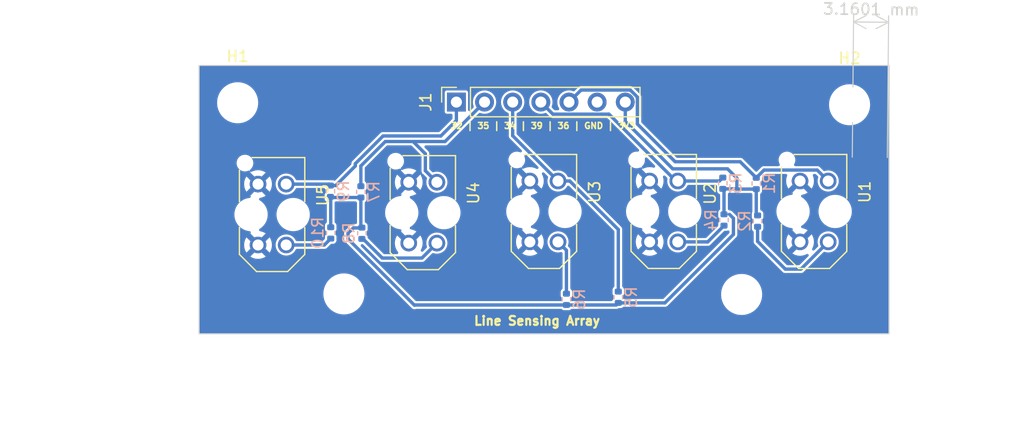
<source format=kicad_pcb>
(kicad_pcb (version 20221018) (generator pcbnew)
  (layers (0 "F.Cu" signal) (31 "B.Cu" signal) (34 "B.Paste" user) (35 "F.Paste" user) (36 "B.SilkS" user "B.Silkscreen") (37 "F.SilkS" user "F.Silkscreen") (38 "B.Mask" user) (39 "F.Mask" user) (44 "Edge.Cuts" user))
  (net 0 "")
  (net 1 "3V3")
  (net 2 "A0_36")
  (net 3 "Net-(R2-Pad2)")
  (net 4 "A1_39")
  (net 5 "Net-(R4-Pad2)")
  (net 6 "A2_34")
  (net 7 "Net-(R6-Pad2)")
  (net 8 "A3_35")
  (net 9 "Net-(R8-Pad2)")
  (net 10 "A4_32")
  (net 11 "Net-(R10-Pad2)")
  (net 12 "GND")
  (footprint "LSA:OPTO_TCRT5000" (layer "F.Cu") (at 119.38 91.6 -90)
    (fp_text reference "U4" (at -1.76355 -4.57476 90) (layer "F.SilkS") (effects (font (size 1.004126 1.004126))))
    (fp_text value "TCRT5000" hide)
    (fp_line (start -5.15 -2.95) (end -1.17 -2.95) (stroke (width 0.127)) (layer "F.SilkS"))
    (fp_line (start -5.15 1.8) (end -5.15 -2.95) (stroke (width 0.127)) (layer "F.SilkS"))
    (fp_line (start -4 2.95) (end -1.17 2.95) (stroke (width 0.127)) (layer "F.SilkS"))
    (fp_line (start 1.17 2.95) (end 3.6 2.95) (stroke (width 0.127)) (layer "F.SilkS"))
    (fp_line (start 3.6 -2.95) (end 1.17 -2.95) (stroke (width 0.127)) (layer "F.SilkS"))
    (fp_line (start 3.6 -2.95) (end 5.15 -1.4) (stroke (width 0.127)) (layer "F.SilkS"))
    (fp_line (start 3.6 2.95) (end 5.15 1.4) (stroke (width 0.127)) (layer "F.SilkS"))
    (fp_line (start 5.15 1.4) (end 5.15 -1.4) (stroke (width 0.127)) (layer "F.SilkS"))
    (pad "" np_thru_hole circle (at -4.65 2.45 270) (size 1 1) (drill 1) (layers "*.Cu" "*.Mask"))
    (pad "" np_thru_hole circle (at 0 -1.9 270) (size 2.5 2.5) (drill 2.5) (layers "*.Cu" "*.Mask"))
    (pad "" np_thru_hole circle (at 0 1.9 270) (size 2.5 2.5) (drill 2.5) (layers "*.Cu" "*.Mask"))
    (pad "A" thru_hole circle (at 2.75 -1.27 270) (size 1.5 1.5) (drill 1) (layers "*.Cu" "*.Mask") (net 9 "Net-(R8-Pad2)"))
    (pad "CATH" thru_hole circle (at 2.75 1.27 270) (size 1.5 1.5) (drill 1) (layers "*.Cu" "*.Mask") (net 12 "GND"))
    (pad "COLL" thru_hole circle (at -2.75 -1.27 270) (size 1.5 1.5) (drill 1) (layers "*.Cu" "*.Mask") (net 8 "A3_35"))
    (pad "E" thru_hole circle (at -2.75 1.27 270) (size 1.5 1.5) (drill 1) (layers "*.Cu" "*.Mask") (net 12 "GND"))
  )
  (footprint "LSA:OPTO_TCRT5000" (layer "F.Cu") (at 141.12 91.49 -90)
    (fp_text reference "U2" (at -1.62 -4.18 90) (layer "F.SilkS") (effects (font (size 1.004126 1.004126))))
    (fp_text value "TCRT5000" hide)
    (fp_line (start -5.15 -2.95) (end -1.17 -2.95) (stroke (width 0.127)) (layer "F.SilkS"))
    (fp_line (start -5.15 1.8) (end -5.15 -2.95) (stroke (width 0.127)) (layer "F.SilkS"))
    (fp_line (start -4 2.95) (end -1.17 2.95) (stroke (width 0.127)) (layer "F.SilkS"))
    (fp_line (start 1.17 2.95) (end 3.6 2.95) (stroke (width 0.127)) (layer "F.SilkS"))
    (fp_line (start 3.6 -2.95) (end 1.17 -2.95) (stroke (width 0.127)) (layer "F.SilkS"))
    (fp_line (start 3.6 -2.95) (end 5.15 -1.4) (stroke (width 0.127)) (layer "F.SilkS"))
    (fp_line (start 3.6 2.95) (end 5.15 1.4) (stroke (width 0.127)) (layer "F.SilkS"))
    (fp_line (start 5.15 1.4) (end 5.15 -1.4) (stroke (width 0.127)) (layer "F.SilkS"))
    (pad "" np_thru_hole circle (at -4.65 2.45 270) (size 1 1) (drill 1) (layers "*.Cu" "*.Mask"))
    (pad "" np_thru_hole circle (at 0 -1.9 270) (size 2.5 2.5) (drill 2.5) (layers "*.Cu" "*.Mask"))
    (pad "" np_thru_hole circle (at 0 1.9 270) (size 2.5 2.5) (drill 2.5) (layers "*.Cu" "*.Mask"))
    (pad "A" thru_hole circle (at 2.75 -1.27 270) (size 1.5 1.5) (drill 1) (layers "*.Cu" "*.Mask") (net 5 "Net-(R4-Pad2)"))
    (pad "CATH" thru_hole circle (at 2.75 1.27 270) (size 1.5 1.5) (drill 1) (layers "*.Cu" "*.Mask") (net 12 "GND"))
    (pad "COLL" thru_hole circle (at -2.75 -1.27 270) (size 1.5 1.5) (drill 1) (layers "*.Cu" "*.Mask") (net 4 "A1_39"))
    (pad "E" thru_hole circle (at -2.75 1.27 270) (size 1.5 1.5) (drill 1) (layers "*.Cu" "*.Mask") (net 12 "GND"))
  )
  (footprint "MountingHole:MountingHole_3.2mm_M3" (layer "F.Cu") (at 148.15 98.99)
    (fp_text reference "H3" hide)
    (fp_text value "MountingHole_Pad")
    (pad "" np_thru_hole circle (at 0 0) (size 3.2 3.2) (drill 3.2) (layers "*.Cu" "*.Mask"))
  )
  (footprint "MountingHole:MountingHole_3.2mm_M3" (layer "F.Cu") (at 157.89 81.85)
    (fp_text reference "H2" (at 0 -4.2) (layer "F.SilkS"))
    (fp_text value "MountingHole_Pad")
    (pad "" np_thru_hole circle (at 0 0) (size 3.2 3.2) (drill 3.2) (layers "*.Cu" "*.Mask"))
  )
  (footprint "Connector_PinSocket_2.54mm:PinSocket_1x07_P2.54mm_Vertical" (layer "F.Cu") (at 122.41 81.61 90)
    (fp_text reference "J1" (at 0 -2.77 90) (layer "F.SilkS"))
    (fp_text value "Conn_01x07_Pin")
    (fp_line (start -1.33 1.27) (end -1.33 16.57) (stroke (width 0.12)) (layer "F.SilkS"))
    (fp_line (start -1.33 1.27) (end 1.33 1.27) (stroke (width 0.12)) (layer "F.SilkS"))
    (fp_line (start -1.33 16.57) (end 1.33 16.57) (stroke (width 0.12)) (layer "F.SilkS"))
    (fp_line (start 0 -1.33) (end 1.33 -1.33) (stroke (width 0.12)) (layer "F.SilkS"))
    (fp_line (start 1.33 -1.33) (end 1.33 0) (stroke (width 0.12)) (layer "F.SilkS"))
    (fp_line (start 1.33 1.27) (end 1.33 16.57) (stroke (width 0.12)) (layer "F.SilkS"))
    (pad "1" thru_hole rect (at 0 0 90) (size 1.7 1.7) (drill 1) (layers "*.Cu" "*.Mask") (net 10 "A4_32"))
    (pad "2" thru_hole oval (at 0 2.54 90) (size 1.7 1.7) (drill 1) (layers "*.Cu" "*.Mask") (net 8 "A3_35"))
    (pad "3" thru_hole oval (at 0 5.08 90) (size 1.7 1.7) (drill 1) (layers "*.Cu" "*.Mask") (net 6 "A2_34"))
    (pad "4" thru_hole oval (at 0 7.62 90) (size 1.7 1.7) (drill 1) (layers "*.Cu" "*.Mask") (net 4 "A1_39"))
    (pad "5" thru_hole oval (at 0 10.16 90) (size 1.7 1.7) (drill 1) (layers "*.Cu" "*.Mask") (net 2 "A0_36"))
    (pad "6" thru_hole oval (at 0 12.7 90) (size 1.7 1.7) (drill 1) (layers "*.Cu" "*.Mask") (net 12 "GND"))
    (pad "7" thru_hole oval (at 0 15.24 90) (size 1.7 1.7) (drill 1) (layers "*.Cu" "*.Mask") (net 1 "3V3"))
  )
  (footprint "MountingHole:MountingHole_3.2mm_M3" (layer "F.Cu") (at 112.26 98.94)
    (fp_text reference "H4" hide)
    (fp_text value "MountingHole_Pad")
    (pad "" np_thru_hole circle (at 0 0) (size 3.2 3.2) (drill 3.2) (layers "*.Cu" "*.Mask"))
  )
  (footprint "LSA:OPTO_TCRT5000" (layer "F.Cu") (at 154.69 91.49 -90)
    (fp_text reference "U1" (at -1.76355 -4.57476 90) (layer "F.SilkS") (effects (font (size 1.004126 1.004126))))
    (fp_text value "TCRT5000" hide)
    (fp_line (start -5.15 -2.95) (end -1.17 -2.95) (stroke (width 0.127)) (layer "F.SilkS"))
    (fp_line (start -5.15 1.8) (end -5.15 -2.95) (stroke (width 0.127)) (layer "F.SilkS"))
    (fp_line (start -4 2.95) (end -1.17 2.95) (stroke (width 0.127)) (layer "F.SilkS"))
    (fp_line (start 1.17 2.95) (end 3.6 2.95) (stroke (width 0.127)) (layer "F.SilkS"))
    (fp_line (start 3.6 -2.95) (end 1.17 -2.95) (stroke (width 0.127)) (layer "F.SilkS"))
    (fp_line (start 3.6 -2.95) (end 5.15 -1.4) (stroke (width 0.127)) (layer "F.SilkS"))
    (fp_line (start 3.6 2.95) (end 5.15 1.4) (stroke (width 0.127)) (layer "F.SilkS"))
    (fp_line (start 5.15 1.4) (end 5.15 -1.4) (stroke (width 0.127)) (layer "F.SilkS"))
    (pad "" np_thru_hole circle (at -4.65 2.45 270) (size 1 1) (drill 1) (layers "*.Cu" "*.Mask"))
    (pad "" np_thru_hole circle (at 0 -1.9 270) (size 2.5 2.5) (drill 2.5) (layers "*.Cu" "*.Mask"))
    (pad "" np_thru_hole circle (at 0 1.9 270) (size 2.5 2.5) (drill 2.5) (layers "*.Cu" "*.Mask"))
    (pad "A" thru_hole circle (at 2.75 -1.27 270) (size 1.5 1.5) (drill 1) (layers "*.Cu" "*.Mask") (net 3 "Net-(R2-Pad2)"))
    (pad "CATH" thru_hole circle (at 2.75 1.27 270) (size 1.5 1.5) (drill 1) (layers "*.Cu" "*.Mask") (net 12 "GND"))
    (pad "COLL" thru_hole circle (at -2.75 -1.27 270) (size 1.5 1.5) (drill 1) (layers "*.Cu" "*.Mask") (net 2 "A0_36"))
    (pad "E" thru_hole circle (at -2.75 1.27 270) (size 1.5 1.5) (drill 1) (layers "*.Cu" "*.Mask") (net 12 "GND"))
  )
  (footprint "LSA:OPTO_TCRT5000" (layer "F.Cu") (at 105.78 91.77 -90)
    (fp_text reference "U5" (at -1.76355 -4.57476 90) (layer "F.SilkS") (effects (font (size 1.004126 1.004126))))
    (fp_text value "TCRT5000" hide)
    (fp_line (start -5.15 -2.95) (end -1.17 -2.95) (stroke (width 0.127)) (layer "F.SilkS"))
    (fp_line (start -5.15 1.8) (end -5.15 -2.95) (stroke (width 0.127)) (layer "F.SilkS"))
    (fp_line (start -4 2.95) (end -1.17 2.95) (stroke (width 0.127)) (layer "F.SilkS"))
    (fp_line (start 1.17 2.95) (end 3.6 2.95) (stroke (width 0.127)) (layer "F.SilkS"))
    (fp_line (start 3.6 -2.95) (end 1.17 -2.95) (stroke (width 0.127)) (layer "F.SilkS"))
    (fp_line (start 3.6 -2.95) (end 5.15 -1.4) (stroke (width 0.127)) (layer "F.SilkS"))
    (fp_line (start 3.6 2.95) (end 5.15 1.4) (stroke (width 0.127)) (layer "F.SilkS"))
    (fp_line (start 5.15 1.4) (end 5.15 -1.4) (stroke (width 0.127)) (layer "F.SilkS"))
    (pad "" np_thru_hole circle (at -4.65 2.45 270) (size 1 1) (drill 1) (layers "*.Cu" "*.Mask"))
    (pad "" np_thru_hole circle (at 0 -1.9 270) (size 2.5 2.5) (drill 2.5) (layers "*.Cu" "*.Mask"))
    (pad "" np_thru_hole circle (at 0 1.9 270) (size 2.5 2.5) (drill 2.5) (layers "*.Cu" "*.Mask"))
    (pad "A" thru_hole circle (at 2.75 -1.27 270) (size 1.5 1.5) (drill 1) (layers "*.Cu" "*.Mask") (net 11 "Net-(R10-Pad2)"))
    (pad "CATH" thru_hole circle (at 2.75 1.27 270) (size 1.5 1.5) (drill 1) (layers "*.Cu" "*.Mask") (net 12 "GND"))
    (pad "COLL" thru_hole circle (at -2.75 -1.27 270) (size 1.5 1.5) (drill 1) (layers "*.Cu" "*.Mask") (net 10 "A4_32"))
    (pad "E" thru_hole circle (at -2.75 1.27 270) (size 1.5 1.5) (drill 1) (layers "*.Cu" "*.Mask") (net 12 "GND"))
  )
  (footprint "MountingHole:MountingHole_3.2mm_M3" (layer "F.Cu") (at 102.67 81.67)
    (fp_text reference "H1" (at 0 -4.2) (layer "F.SilkS"))
    (fp_text value "MountingHole_Pad")
    (pad "" np_thru_hole circle (at 0 0) (size 3.2 3.2) (drill 3.2) (layers "*.Cu" "*.Mask"))
  )
  (footprint "LSA:OPTO_TCRT5000" (layer "F.Cu") (at 130.31 91.49 -90)
    (fp_text reference "U3" (at -1.76355 -4.57476 90) (layer "F.SilkS") (effects (font (size 1.004126 1.004126))))
    (fp_text value "TCRT5000" hide)
    (fp_line (start -5.15 -2.95) (end -1.17 -2.95) (stroke (width 0.127)) (layer "F.SilkS"))
    (fp_line (start -5.15 1.8) (end -5.15 -2.95) (stroke (width 0.127)) (layer "F.SilkS"))
    (fp_line (start -4 2.95) (end -1.17 2.95) (stroke (width 0.127)) (layer "F.SilkS"))
    (fp_line (start 1.17 2.95) (end 3.6 2.95) (stroke (width 0.127)) (layer "F.SilkS"))
    (fp_line (start 3.6 -2.95) (end 1.17 -2.95) (stroke (width 0.127)) (layer "F.SilkS"))
    (fp_line (start 3.6 -2.95) (end 5.15 -1.4) (stroke (width 0.127)) (layer "F.SilkS"))
    (fp_line (start 3.6 2.95) (end 5.15 1.4) (stroke (width 0.127)) (layer "F.SilkS"))
    (fp_line (start 5.15 1.4) (end 5.15 -1.4) (stroke (width 0.127)) (layer "F.SilkS"))
    (pad "" np_thru_hole circle (at -4.65 2.45 270) (size 1 1) (drill 1) (layers "*.Cu" "*.Mask"))
    (pad "" np_thru_hole circle (at 0 -1.9 270) (size 2.5 2.5) (drill 2.5) (layers "*.Cu" "*.Mask"))
    (pad "" np_thru_hole circle (at 0 1.9 270) (size 2.5 2.5) (drill 2.5) (layers "*.Cu" "*.Mask"))
    (pad "A" thru_hole circle (at 2.75 -1.27 270) (size 1.5 1.5) (drill 1) (layers "*.Cu" "*.Mask") (net 7 "Net-(R6-Pad2)"))
    (pad "CATH" thru_hole circle (at 2.75 1.27 270) (size 1.5 1.5) (drill 1) (layers "*.Cu" "*.Mask") (net 12 "GND"))
    (pad "COLL" thru_hole circle (at -2.75 -1.27 270) (size 1.5 1.5) (drill 1) (layers "*.Cu" "*.Mask") (net 6 "A2_34"))
    (pad "E" thru_hole circle (at -2.75 1.27 270) (size 1.5 1.5) (drill 1) (layers "*.Cu" "*.Mask") (net 12 "GND"))
  )
  (footprint "Resistor_SMD:R_0402_1005Metric" (layer "B.Cu") (at 113.88 93.46 -90)
    (fp_text reference "R8" (at 0 1.17 -270) (layer "B.SilkS") (effects (justify mirror)))
    (fp_text value "1K")
    (fp_line (start -0.153641 -0.38) (end 0.153641 -0.38) (stroke (width 0.12)) (layer "B.SilkS"))
    (fp_line (start -0.153641 0.38) (end 0.153641 0.38) (stroke (width 0.12)) (layer "B.SilkS"))
    (pad "1" smd roundrect (at -0.51 0 270) (size 0.54 0.64) (layers "B.Cu" "B.Paste" "B.Mask") (net 1 "3V3"))
    (pad "2" smd roundrect (at 0.51 0 270) (size 0.54 0.64) (layers "B.Cu" "B.Paste" "B.Mask") (net 9 "Net-(R8-Pad2)"))
  )
  (footprint "Resistor_SMD:R_0402_1005Metric" (layer "B.Cu") (at 137.02 99.24 90)
    (fp_text reference "R5" (at 0 1.17 90) (layer "B.SilkS") (effects (justify mirror)))
    (fp_text value "4k7")
    (fp_line (start -0.153641 -0.38) (end 0.153641 -0.38) (stroke (width 0.12)) (layer "B.SilkS"))
    (fp_line (start -0.153641 0.38) (end 0.153641 0.38) (stroke (width 0.12)) (layer "B.SilkS"))
    (pad "1" smd roundrect (at -0.51 0 90) (size 0.54 0.64) (layers "B.Cu" "B.Paste" "B.Mask") (net 1 "3V3"))
    (pad "2" smd roundrect (at 0.51 0 90) (size 0.54 0.64) (layers "B.Cu" "B.Paste" "B.Mask") (net 6 "A2_34"))
  )
  (footprint "Resistor_SMD:R_0402_1005Metric" (layer "B.Cu") (at 146.56 92.26 -90)
    (fp_text reference "R4" (at 0 1.17 90) (layer "B.SilkS") (effects (justify mirror)))
    (fp_text value "1K" hide)
    (fp_line (start -0.153641 -0.38) (end 0.153641 -0.38) (stroke (width 0.12)) (layer "B.SilkS"))
    (fp_line (start -0.153641 0.38) (end 0.153641 0.38) (stroke (width 0.12)) (layer "B.SilkS"))
    (pad "1" smd roundrect (at -0.51 0 270) (size 0.54 0.64) (layers "B.Cu" "B.Paste" "B.Mask") (net 1 "3V3"))
    (pad "2" smd roundrect (at 0.51 0 270) (size 0.54 0.64) (layers "B.Cu" "B.Paste" "B.Mask") (net 5 "Net-(R4-Pad2)"))
  )
  (footprint "Resistor_SMD:R_0402_1005Metric" (layer "B.Cu") (at 132.34 99.43 90)
    (fp_text reference "R6" (at 0 1.17 90) (layer "B.SilkS") (effects (justify mirror)))
    (fp_text value "1K")
    (fp_line (start -0.153641 -0.38) (end 0.153641 -0.38) (stroke (width 0.12)) (layer "B.SilkS"))
    (fp_line (start -0.153641 0.38) (end 0.153641 0.38) (stroke (width 0.12)) (layer "B.SilkS"))
    (pad "1" smd roundrect (at -0.51 0 90) (size 0.54 0.64) (layers "B.Cu" "B.Paste" "B.Mask") (net 1 "3V3"))
    (pad "2" smd roundrect (at 0.51 0 90) (size 0.54 0.64) (layers "B.Cu" "B.Paste" "B.Mask") (net 7 "Net-(R6-Pad2)"))
  )
  (footprint "Resistor_SMD:R_0402_1005Metric" (layer "B.Cu") (at 111.04 89.66 90)
    (fp_text reference "R9" (at 0 1.17 90) (layer "B.SilkS") (effects (justify mirror)))
    (fp_text value "4k7")
    (fp_line (start -0.153641 -0.38) (end 0.153641 -0.38) (stroke (width 0.12)) (layer "B.SilkS"))
    (fp_line (start -0.153641 0.38) (end 0.153641 0.38) (stroke (width 0.12)) (layer "B.SilkS"))
    (pad "1" smd roundrect (at -0.51 0 90) (size 0.54 0.64) (layers "B.Cu" "B.Paste" "B.Mask") (net 1 "3V3"))
    (pad "2" smd roundrect (at 0.51 0 90) (size 0.54 0.64) (layers "B.Cu" "B.Paste" "B.Mask") (net 10 "A4_32"))
  )
  (footprint "Resistor_SMD:R_0402_1005Metric" (layer "B.Cu") (at 149.47 88.96 90)
    (fp_text reference "R1" (at 0 1.17 90) (layer "B.SilkS") (effects (justify mirror)))
    (fp_text value "4k7" hide)
    (fp_line (start -0.153641 -0.38) (end 0.153641 -0.38) (stroke (width 0.12)) (layer "B.SilkS"))
    (fp_line (start -0.153641 0.38) (end 0.153641 0.38) (stroke (width 0.12)) (layer "B.SilkS"))
    (pad "1" smd roundrect (at -0.51 0 90) (size 0.54 0.64) (layers "B.Cu" "B.Paste" "B.Mask") (net 1 "3V3"))
    (pad "2" smd roundrect (at 0.51 0 90) (size 0.54 0.64) (layers "B.Cu" "B.Paste" "B.Mask") (net 2 "A0_36"))
  )
  (footprint "Resistor_SMD:R_0402_1005Metric" (layer "B.Cu") (at 113.79 89.72 90)
    (fp_text reference "R7" (at 0 1.17 90) (layer "B.SilkS") (effects (justify mirror)))
    (fp_text value "4k7" hide)
    (fp_line (start -0.153641 -0.38) (end 0.153641 -0.38) (stroke (width 0.12)) (layer "B.SilkS"))
    (fp_line (start -0.153641 0.38) (end 0.153641 0.38) (stroke (width 0.12)) (layer "B.SilkS"))
    (pad "1" smd roundrect (at -0.51 0 90) (size 0.54 0.64) (layers "B.Cu" "B.Paste" "B.Mask") (net 1 "3V3"))
    (pad "2" smd roundrect (at 0.51 0 90) (size 0.54 0.64) (layers "B.Cu" "B.Paste" "B.Mask") (net 8 "A3_35"))
  )
  (footprint "Resistor_SMD:R_0402_1005Metric" (layer "B.Cu") (at 149.59 92.36 -90)
    (fp_text reference "R2" (at 0 1.17 90) (layer "B.SilkS") (effects (justify mirror)))
    (fp_text value "1K" hide)
    (fp_line (start -0.153641 -0.38) (end 0.153641 -0.38) (stroke (width 0.12)) (layer "B.SilkS"))
    (fp_line (start -0.153641 0.38) (end 0.153641 0.38) (stroke (width 0.12)) (layer "B.SilkS"))
    (pad "1" smd roundrect (at -0.51 0 270) (size 0.54 0.64) (layers "B.Cu" "B.Paste" "B.Mask") (net 1 "3V3"))
    (pad "2" smd roundrect (at 0.51 0 270) (size 0.54 0.64) (layers "B.Cu" "B.Paste" "B.Mask") (net 3 "Net-(R2-Pad2)"))
  )
  (footprint "Resistor_SMD:R_0402_1005Metric" (layer "B.Cu") (at 111.07 93.43 -90)
    (fp_text reference "R10" (at 0 1.17 90) (layer "B.SilkS") (effects (justify mirror)))
    (fp_text value "1K")
    (fp_line (start -0.153641 -0.38) (end 0.153641 -0.38) (stroke (width 0.12)) (layer "B.SilkS"))
    (fp_line (start -0.153641 0.38) (end 0.153641 0.38) (stroke (width 0.12)) (layer "B.SilkS"))
    (pad "1" smd roundrect (at -0.51 0 270) (size 0.54 0.64) (layers "B.Cu" "B.Paste" "B.Mask") (net 1 "3V3"))
    (pad "2" smd roundrect (at 0.51 0 270) (size 0.54 0.64) (layers "B.Cu" "B.Paste" "B.Mask") (net 11 "Net-(R10-Pad2)"))
  )
  (footprint "Resistor_SMD:R_0402_1005Metric" (layer "B.Cu") (at 146.45 88.94 90)
    (fp_text reference "R3" (at 0 1.17 90) (layer "B.SilkS") (effects (justify mirror)))
    (fp_text value "4k7" hide)
    (fp_line (start -0.153641 -0.38) (end 0.153641 -0.38) (stroke (width 0.12)) (layer "B.SilkS"))
    (fp_line (start -0.153641 0.38) (end 0.153641 0.38) (stroke (width 0.12)) (layer "B.SilkS"))
    (pad "1" smd roundrect (at -0.51 0 90) (size 0.54 0.64) (layers "B.Cu" "B.Paste" "B.Mask") (net 1 "3V3"))
    (pad "2" smd roundrect (at 0.51 0 90) (size 0.54 0.64) (layers "B.Cu" "B.Paste" "B.Mask") (net 4 "A1_39"))
  )
  (gr_rect (start 99.18 78.3) (end 161.46 102.55) (stroke (width 0.1)) (fill none) (layer "Edge.Cuts"))
  (gr_text "32 | 35 | 34 | 39 | 36 | GND | 3V3\n" (at 121.82 84.07) (layer "F.SilkS") (effects (font (size 0.55 0.55) (thickness 0.1375) bold) (justify left bottom)))
  (gr_text "Line Sensing Array" (at 123.9 101.84) (layer "F.SilkS") (effects (font (size 0.8 0.8) (thickness 0.2) bold) (justify left bottom)))
  (dimension (type aligned) (layer "Edge.Cuts") (pts (xy 158.129288 87.084984) (xy 161.289288 87.114984)) (height -12.715557) (gr_text "3.1601 mm" (at 159.840917 73.235052 359.4560691) (layer "Edge.Cuts") (effects (font (size 1 1) (thickness 0.15)))) (format (prefix "") (suffix "") (units 3) (units_format 1) (precision 4)) (style (thickness 0.1) (arrow_length 1.27) (text_position_mode 0) (extension_height 0.58642) (extension_offset 0.5) keep_text_aligned))
  (segment (start 111.1 90.23) (end 111.04 90.17) (width 0.08) (layer "B.Cu") (net 1))
  (segment (start 149.47 91.73) (end 149.47 89.47) (width 0.3) (layer "B.Cu") (net 1))
  (segment (start 146.56 89.56) (end 146.56 91.75) (width 0.3) (layer "B.Cu") (net 1))
  (segment (start 147.72 89.47) (end 149.47 89.47) (width 0.3) (layer "B.Cu") (net 1))
  (segment (start 146.45 89.45) (end 147.7 89.45) (width 0.3) (layer "B.Cu") (net 1))
  (segment (start 118.7 99.94) (end 132.34 99.94) (width 0.3) (layer "B.Cu") (net 1))
  (segment (start 112.63 93.97) (end 118.63 99.97) (width 0.3) (layer "B.Cu") (net 1))
  (segment (start 111.07 90.2) (end 111.04 90.17) (width 0.08) (layer "B.Cu") (net 1))
  (segment (start 113.79 90.23) (end 111.1 90.23) (width 0.3) (layer "B.Cu") (net 1))
  (segment (start 132.34 99.94) (end 136.83 99.94) (width 0.3) (layer "B.Cu") (net 1))
  (segment (start 113.79 92.86) (end 113.88 92.95) (width 0.08) (layer "B.Cu") (net 1))
  (segment (start 147.41 92.11) (end 147.05 91.75) (width 0.3) (layer "B.Cu") (net 1))
  (segment (start 111.07 92.92) (end 111.07 90.2) (width 0.3) (layer "B.Cu") (net 1))
  (segment (start 147.7 89.45) (end 147.72 89.47) (width 0.08) (layer "B.Cu") (net 1))
  (segment (start 137.65 83.355635) (end 141.934365 87.64) (width 0.3) (layer "B.Cu") (net 1))
  (segment (start 113.81 92.98) (end 113.11 92.98) (width 0.3) (layer "B.Cu") (net 1))
  (segment (start 113.79 90.23) (end 113.79 92.86) (width 0.3) (layer "B.Cu") (net 1))
  (segment (start 149.59 91.85) (end 149.47 91.73) (width 0.08) (layer "B.Cu") (net 1))
  (segment (start 147.41 93.57) (end 147.41 92.11) (width 0.3) (layer "B.Cu") (net 1))
  (segment (start 137.65 83.355635) (end 137.65 81.61) (width 0.3) (layer "B.Cu") (net 1))
  (segment (start 146.45 89.45) (end 146.56 89.56) (width 0.08) (layer "B.Cu") (net 1))
  (segment (start 112.63 93.46) (end 112.63 93.97) (width 0.3) (layer "B.Cu") (net 1))
  (segment (start 137.02 99.75) (end 141.23 99.75) (width 0.3) (layer "B.Cu") (net 1))
  (segment (start 146.88 87.64) (end 147.72 88.48) (width 0.3) (layer "B.Cu") (net 1))
  (segment (start 141.934365 87.64) (end 146.88 87.64) (width 0.3) (layer "B.Cu") (net 1))
  (segment (start 141.23 99.75) (end 147.41 93.57) (width 0.3) (layer "B.Cu") (net 1))
  (segment (start 136.83 99.94) (end 137.02 99.75) (width 0.3) (layer "B.Cu") (net 1))
  (segment (start 147.05 91.75) (end 146.56 91.75) (width 0.08) (layer "B.Cu") (net 1))
  (segment (start 113.11 92.98) (end 112.63 93.46) (width 0.3) (layer "B.Cu") (net 1))
  (segment (start 147.72 88.48) (end 147.72 89.47) (width 0.3) (layer "B.Cu") (net 1))
  (segment (start 133.66 80.52) (end 138.101493 80.52) (width 0.3) (layer "B.Cu") (net 2))
  (segment (start 138.101493 80.52) (end 138.74 81.158507) (width 0.3) (layer "B.Cu") (net 2))
  (segment (start 149.47 88.45) (end 150.17 87.75) (width 0.3) (layer "B.Cu") (net 2))
  (segment (start 148.02 87) (end 149.47 88.45) (width 0.3) (layer "B.Cu") (net 2))
  (segment (start 138.74 81.158507) (end 138.74 83.59) (width 0.3) (layer "B.Cu") (net 2))
  (segment (start 154.97 87.75) (end 155.96 88.74) (width 0.3) (layer "B.Cu") (net 2))
  (segment (start 142.15 87) (end 148.02 87) (width 0.3) (layer "B.Cu") (net 2))
  (segment (start 132.57 81.61) (end 133.66 80.52) (width 0.3) (layer "B.Cu") (net 2))
  (segment (start 138.74 83.59) (end 142.15 87) (width 0.3) (layer "B.Cu") (net 2))
  (segment (start 150.17 87.75) (end 154.97 87.75) (width 0.3) (layer "B.Cu") (net 2))
  (segment (start 149.59 92.87) (end 149.59 94.2) (width 0.3) (layer "B.Cu") (net 3))
  (segment (start 149.59 94.2) (end 152.09 96.7) (width 0.3) (layer "B.Cu") (net 3))
  (segment (start 153.5 96.7) (end 155.96 94.24) (width 0.3) (layer "B.Cu") (net 3))
  (segment (start 152.09 96.7) (end 153.5 96.7) (width 0.3) (layer "B.Cu") (net 3))
  (segment (start 131.12 82.7) (end 136.18 82.7) (width 0.3) (layer "B.Cu") (net 4))
  (segment (start 136.18 82.7) (end 142.22 88.74) (width 0.3) (layer "B.Cu") (net 4))
  (segment (start 142.22 88.74) (end 142.39 88.74) (width 0.08) (layer "B.Cu") (net 4))
  (segment (start 146.14 88.74) (end 146.45 88.43) (width 0.3) (layer "B.Cu") (net 4))
  (segment (start 130.03 81.61) (end 131.12 82.7) (width 0.3) (layer "B.Cu") (net 4))
  (segment (start 142.39 88.74) (end 146.14 88.74) (width 0.3) (layer "B.Cu") (net 4))
  (segment (start 146.56 92.77) (end 145.09 94.24) (width 0.3) (layer "B.Cu") (net 5))
  (segment (start 145.09 94.24) (end 142.39 94.24) (width 0.3) (layer "B.Cu") (net 5))
  (segment (start 127.49 81.61) (end 127.49 84.65) (width 0.3) (layer "B.Cu") (net 6))
  (segment (start 132.64066 88.74) (end 137.02 93.11934) (width 0.3) (layer "B.Cu") (net 6))
  (segment (start 131.58 88.74) (end 132.64066 88.74) (width 0.3) (layer "B.Cu") (net 6))
  (segment (start 137.02 93.11934) (end 137.02 98.73) (width 0.3) (layer "B.Cu") (net 6))
  (segment (start 127.49 84.65) (end 131.58 88.74) (width 0.3) (layer "B.Cu") (net 6))
  (segment (start 132.34 95) (end 131.58 94.24) (width 0.3) (layer "B.Cu") (net 7))
  (segment (start 132.34 98.92) (end 132.34 95) (width 0.3) (layer "B.Cu") (net 7))
  (segment (start 119.61 86.28) (end 118.53 85.2) (width 0.3) (layer "B.Cu") (net 8))
  (segment (start 119.61 87.81) (end 119.61 86.28) (width 0.3) (layer "B.Cu") (net 8))
  (segment (start 116 85.17) (end 113.79 87.38) (width 0.3) (layer "B.Cu") (net 8))
  (segment (start 113.79 87.38) (end 113.79 89.21) (width 0.3) (layer "B.Cu") (net 8))
  (segment (start 121.39 85.17) (end 116 85.17) (width 0.3) (layer "B.Cu") (net 8))
  (segment (start 124.95 81.61) (end 121.39 85.17) (width 0.3) (layer "B.Cu") (net 8))
  (segment (start 120.65 88.85) (end 119.61 87.81) (width 0.3) (layer "B.Cu") (net 8))
  (segment (start 113.88 93.97) (end 113.99 93.97) (width 0.08) (layer "B.Cu") (net 9))
  (segment (start 113.99 93.97) (end 115.72 95.7) (width 0.3) (layer "B.Cu") (net 9))
  (segment (start 115.72 95.7) (end 119.3 95.7) (width 0.3) (layer "B.Cu") (net 9))
  (segment (start 119.3 95.7) (end 120.65 94.35) (width 0.3) (layer "B.Cu") (net 9))
  (segment (start 122.41 81.61) (end 122.41 83.27) (width 0.3) (layer "B.Cu") (net 10))
  (segment (start 115.792894 84.67) (end 113.29 87.172894) (width 0.3) (layer "B.Cu") (net 10))
  (segment (start 111.52 89.15) (end 111.04 89.15) (width 0.3) (layer "B.Cu") (net 10))
  (segment (start 110.91 89.02) (end 107.05 89.02) (width 0.3) (layer "B.Cu") (net 10))
  (segment (start 122.41 83.27) (end 121.01 84.67) (width 0.3) (layer "B.Cu") (net 10))
  (segment (start 121.01 84.67) (end 115.792894 84.67) (width 0.3) (layer "B.Cu") (net 10))
  (segment (start 111.04 89.15) (end 110.91 89.02) (width 0.08) (layer "B.Cu") (net 10))
  (segment (start 113.29 87.38) (end 111.52 89.15) (width 0.3) (layer "B.Cu") (net 10))
  (segment (start 113.29 87.172894) (end 113.29 87.38) (width 0.3) (layer "B.Cu") (net 10))
  (segment (start 110.49 94.52) (end 107.05 94.52) (width 0.3) (layer "B.Cu") (net 11))
  (segment (start 111.07 93.94) (end 110.49 94.52) (width 0.3) (layer "B.Cu") (net 11))
  (zone (net 12) (net_name "GND") (layer "B.Cu") (connect_pads (clearance 0.1)) (min_thickness 0.25) (fill yes (thermal_gap 0.5) (thermal_bridge_width 0.5))
    (polygon (pts (xy 99.11 78.21) (xy 161.6 78.15) (xy 161.65 102.71) (xy 98.9 102.88)))
  )
)
</source>
